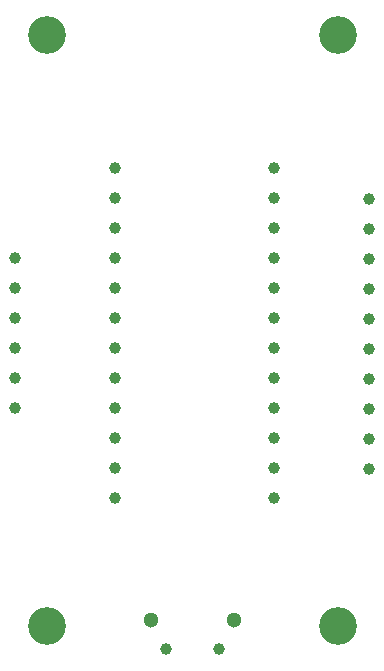
<source format=gbr>
%TF.GenerationSoftware,KiCad,Pcbnew,9.0.0*%
%TF.CreationDate,2025-06-04T23:48:00+02:00*%
%TF.ProjectId,uv_controler,75765f63-6f6e-4747-926f-6c65722e6b69,rev?*%
%TF.SameCoordinates,Original*%
%TF.FileFunction,Plated,1,2,PTH,Drill*%
%TF.FilePolarity,Positive*%
%FSLAX46Y46*%
G04 Gerber Fmt 4.6, Leading zero omitted, Abs format (unit mm)*
G04 Created by KiCad (PCBNEW 9.0.0) date 2025-06-04 23:48:00*
%MOMM*%
%LPD*%
G01*
G04 APERTURE LIST*
%TA.AperFunction,ComponentDrill*%
%ADD10C,0.990000*%
%TD*%
%TA.AperFunction,ComponentDrill*%
%ADD11C,1.000000*%
%TD*%
%TA.AperFunction,ComponentDrill*%
%ADD12C,1.300000*%
%TD*%
%TA.AperFunction,ComponentDrill*%
%ADD13C,3.200000*%
%TD*%
G04 APERTURE END LIST*
D10*
%TO.C,SW1*%
X111960534Y-113990000D03*
X116460534Y-113990000D03*
D11*
%TO.C,J1*%
X99185534Y-80912500D03*
X99185534Y-83452500D03*
X99185534Y-85992500D03*
X99185534Y-88532500D03*
X99185534Y-91072500D03*
X99185534Y-93612500D03*
%TO.C,U1*%
X107685534Y-73250000D03*
X107685534Y-75790000D03*
X107685534Y-78330000D03*
X107685534Y-80870000D03*
X107685534Y-83410000D03*
X107685534Y-85950000D03*
X107685534Y-88490000D03*
X107685534Y-91030000D03*
X107685534Y-93570000D03*
X107685534Y-96110000D03*
X107685534Y-98650000D03*
X107685534Y-101190000D03*
X121135534Y-73275000D03*
X121135534Y-75815000D03*
X121135534Y-78355000D03*
X121135534Y-80895000D03*
X121135534Y-83435000D03*
X121135534Y-85975000D03*
X121135534Y-88515000D03*
X121135534Y-91055000D03*
X121135534Y-93595000D03*
X121135534Y-96135000D03*
X121135534Y-98675000D03*
X121135534Y-101215000D03*
%TO.C,J2*%
X129185534Y-75837500D03*
X129185534Y-78377500D03*
X129185534Y-80917500D03*
X129185534Y-83457500D03*
X129185534Y-85997500D03*
X129185534Y-88537500D03*
X129185534Y-91077500D03*
X129185534Y-93617500D03*
X129185534Y-96157500D03*
X129185534Y-98697500D03*
D12*
%TO.C,SW1*%
X110700534Y-111500000D03*
X117710534Y-111500000D03*
D13*
%TO.C,REF\u002A\u002A*%
X101860534Y-62000000D03*
X101860534Y-112000000D03*
X126485534Y-62000000D03*
X126485534Y-112000000D03*
M02*

</source>
